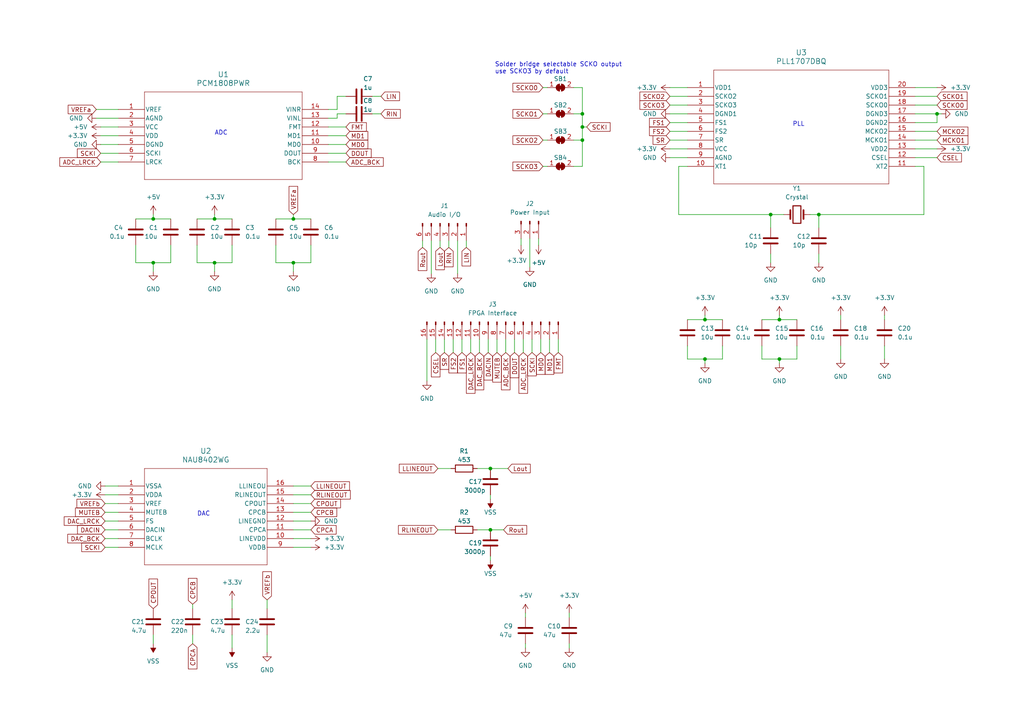
<source format=kicad_sch>
(kicad_sch (version 20230121) (generator eeschema)
  (paper "A4")
  (title_block (title "Analog Front End"))
  (lib_symbols
    (symbol "2024-05-20_19-46-11:PCM1808PWR" (pin_names (offset 0.254))
      (property "Reference" "U" (at 30.48 10.16 0))
      (property "Value" "PCM1808PWR" (at 30.48 7.62 0))
      (symbol "PCM1808PWR_0_1"
        (polyline (pts (xy 7.62 -20.32) (xy 53.34 -20.32)) (stroke (width 0.127)))
        (polyline (pts (xy 7.62 5.08) (xy 7.62 -20.32)) (stroke (width 0.127)))
        (polyline (pts (xy 53.34 -20.32) (xy 53.34 5.08)) (stroke (width 0.127)))
        (polyline (pts (xy 53.34 5.08) (xy 7.62 5.08)) (stroke (width 0.127)))
        (pin power_in line (at 0 0 0) (length 7.62) (name "VREF") (number "1"))
        (pin input line (at 60.96 -10.16 180) (length 7.62) (name "MD0") (number "10"))
        (pin input line (at 60.96 -7.62 180) (length 7.62) (name "MD1") (number "11"))
        (pin input line (at 60.96 -5.08 180) (length 7.62) (name "FMT") (number "12"))
        (pin input line (at 60.96 -2.54 180) (length 7.62) (name "VINL") (number "13"))
        (pin input line (at 60.96 0 180) (length 7.62) (name "VINR") (number "14"))
        (pin power_in line (at 0 -2.54 0) (length 7.62) (name "AGND") (number "2"))
        (pin power_in line (at 0 -5.08 0) (length 7.62) (name "VCC") (number "3"))
        (pin power_in line (at 0 -7.62 0) (length 7.62) (name "VDD") (number "4"))
        (pin power_in line (at 0 -10.16 0) (length 7.62) (name "DGND") (number "5"))
        (pin input line (at 0 -12.7 0) (length 7.62) (name "SCKI") (number "6"))
        (pin bidirectional line (at 0 -15.24 0) (length 7.62) (name "LRCK") (number "7"))
        (pin bidirectional line (at 60.96 -15.24 180) (length 7.62) (name "BCK") (number "8"))
        (pin output line (at 60.96 -12.7 180) (length 7.62) (name "DOUT") (number "9"))
      )
    )
    (symbol "2024-05-20_19-47-02:NAU8402WG" (pin_names (offset 0.254))
      (property "Reference" "U" (at 25.4 10.16 0))
      (property "Value" "NAU8402WG" (at 25.4 7.62 0))
      (symbol "NAU8402WG_0_1"
        (polyline (pts (xy 7.62 -22.86) (xy 43.18 -22.86)) (stroke (width 0.127)))
        (polyline (pts (xy 7.62 5.08) (xy 7.62 -22.86)) (stroke (width 0.127)))
        (polyline (pts (xy 43.18 -22.86) (xy 43.18 5.08)) (stroke (width 0.127)))
        (polyline (pts (xy 43.18 5.08) (xy 7.62 5.08)) (stroke (width 0.127)))
        (pin power_out line (at 0 0 0) (length 7.62) (name "VSSA") (number "1"))
        (pin power_in line (at 50.8 -15.24 180) (length 7.62) (name "LINEVDD") (number "10"))
        (pin output line (at 50.8 -12.7 180) (length 7.62) (name "CPCA") (number "11"))
        (pin power_out line (at 50.8 -10.16 180) (length 7.62) (name "LINEGND") (number "12"))
        (pin output line (at 50.8 -7.62 180) (length 7.62) (name "CPCB") (number "13"))
        (pin output line (at 50.8 -5.08 180) (length 7.62) (name "CPOUT") (number "14"))
        (pin output line (at 50.8 -2.54 180) (length 7.62) (name "RLINEOUT") (number "15"))
        (pin output line (at 50.8 0 180) (length 7.62) (name "LLINEOU") (number "16"))
        (pin power_in line (at 0 -2.54 0) (length 7.62) (name "VDDA") (number "2"))
        (pin power_in line (at 0 -5.08 0) (length 7.62) (name "VREF") (number "3"))
        (pin input line (at 0 -7.62 0) (length 7.62) (name "MUTEB") (number "4"))
        (pin input line (at 0 -10.16 0) (length 7.62) (name "FS") (number "5"))
        (pin input line (at 0 -12.7 0) (length 7.62) (name "DACIN") (number "6"))
        (pin input line (at 0 -15.24 0) (length 7.62) (name "BCLK") (number "7"))
        (pin input line (at 0 -17.78 0) (length 7.62) (name "MCLK") (number "8"))
        (pin power_in line (at 50.8 -17.78 180) (length 7.62) (name "VDDB") (number "9"))
      )
    )
    (symbol "2024-05-20_20-56-49:PLL1707DBQ" (pin_names (offset 0.254))
      (property "Reference" "U" (at 33.02 10.16 0))
      (property "Value" "PLL1707DBQ" (at 33.02 7.62 0))
      (symbol "PLL1707DBQ_0_1"
        (polyline (pts (xy 7.62 -27.94) (xy 58.42 -27.94)) (stroke (width 0.127)))
        (polyline (pts (xy 7.62 5.08) (xy 7.62 -27.94)) (stroke (width 0.127)))
        (polyline (pts (xy 58.42 -27.94) (xy 58.42 5.08)) (stroke (width 0.127)))
        (polyline (pts (xy 58.42 5.08) (xy 7.62 5.08)) (stroke (width 0.127)))
        (pin power_in line (at 0 0 0) (length 7.62) (name "VDD1") (number "1"))
        (pin input line (at 0 -22.86 0) (length 7.62) (name "XT1") (number "10"))
        (pin output line (at 66.04 -22.86 180) (length 7.62) (name "XT2") (number "11"))
        (pin input line (at 66.04 -20.32 180) (length 7.62) (name "CSEL") (number "12"))
        (pin power_in line (at 66.04 -17.78 180) (length 7.62) (name "VDD2") (number "13"))
        (pin output line (at 66.04 -15.24 180) (length 7.62) (name "MCKO1") (number "14"))
        (pin output line (at 66.04 -12.7 180) (length 7.62) (name "MCKO2") (number "15"))
        (pin power_in line (at 66.04 -10.16 180) (length 7.62) (name "DGND2") (number "16"))
        (pin power_in line (at 66.04 -7.62 180) (length 7.62) (name "DGND3") (number "17"))
        (pin output line (at 66.04 -5.08 180) (length 7.62) (name "SCKO0") (number "18"))
        (pin output line (at 66.04 -2.54 180) (length 7.62) (name "SCKO1") (number "19"))
        (pin output line (at 0 -2.54 0) (length 7.62) (name "SCKO2") (number "2"))
        (pin power_in line (at 66.04 0 180) (length 7.62) (name "VDD3") (number "20"))
        (pin output line (at 0 -5.08 0) (length 7.62) (name "SCKO3") (number "3"))
        (pin power_in line (at 0 -7.62 0) (length 7.62) (name "DGND1") (number "4"))
        (pin input line (at 0 -10.16 0) (length 7.62) (name "FS1") (number "5"))
        (pin input line (at 0 -12.7 0) (length 7.62) (name "FS2") (number "6"))
        (pin input line (at 0 -15.24 0) (length 7.62) (name "SR") (number "7"))
        (pin power_in line (at 0 -17.78 0) (length 7.62) (name "VCC") (number "8"))
        (pin power_in line (at 0 -20.32 0) (length 7.62) (name "AGND") (number "9"))
      )
    )
    (symbol "Connector:Conn_01x03_Pin" (pin_names (offset 1.016) hide)
      (property "Reference" "J" (at 0 5.08 0))
      (property "Value" "Conn_01x03_Pin" (at 0 -5.08 0))
      (symbol "Conn_01x03_Pin_1_1"
        (polyline (pts (xy 1.27 -2.54) (xy 0.8636 -2.54)) (stroke (width 0.1524)))
        (polyline (pts (xy 1.27 0) (xy 0.8636 0)) (stroke (width 0.1524)))
        (polyline (pts (xy 1.27 2.54) (xy 0.8636 2.54)) (stroke (width 0.1524)))
        (rectangle (start 0.8636 -2.413) (end 0 -2.667) (stroke (width 0.1524)) (fill (type outline)))
        (rectangle (start 0.8636 0.127) (end 0 -0.127) (stroke (width 0.1524)) (fill (type outline)))
        (rectangle (start 0.8636 2.667) (end 0 2.413) (stroke (width 0.1524)) (fill (type outline)))
        (pin passive line (at 5.08 2.54 180) (length 3.81) (name "Pin_1") (number "1"))
        (pin passive line (at 5.08 0 180) (length 3.81) (name "Pin_2") (number "2"))
        (pin passive line (at 5.08 -2.54 180) (length 3.81) (name "Pin_3") (number "3"))
      )
    )
    (symbol "Connector:Conn_01x06_Pin" (pin_names (offset 1.016) hide)
      (property "Reference" "J" (at 0 7.62 0))
      (property "Value" "Conn_01x06_Pin" (at 0 -10.16 0))
      (symbol "Conn_01x06_Pin_1_1"
        (polyline (pts (xy 1.27 -7.62) (xy 0.8636 -7.62)) (stroke (width 0.1524)))
        (polyline (pts (xy 1.27 -5.08) (xy 0.8636 -5.08)) (stroke (width 0.1524)))
        (polyline (pts (xy 1.27 -2.54) (xy 0.8636 -2.54)) (stroke (width 0.1524)))
        (polyline (pts (xy 1.27 0) (xy 0.8636 0)) (stroke (width 0.1524)))
        (polyline (pts (xy 1.27 2.54) (xy 0.8636 2.54)) (stroke (width 0.1524)))
        (polyline (pts (xy 1.27 5.08) (xy 0.8636 5.08)) (stroke (width 0.1524)))
        (rectangle (start 0.8636 -7.493) (end 0 -7.747) (stroke (width 0.1524)) (fill (type outline)))
        (rectangle (start 0.8636 -4.953) (end 0 -5.207) (stroke (width 0.1524)) (fill (type outline)))
        (rectangle (start 0.8636 -2.413) (end 0 -2.667) (stroke (width 0.1524)) (fill (type outline)))
        (rectangle (start 0.8636 0.127) (end 0 -0.127) (stroke (width 0.1524)) (fill (type outline)))
        (rectangle (start 0.8636 2.667) (end 0 2.413) (stroke (width 0.1524)) (fill (type outline)))
        (rectangle (start 0.8636 5.207) (end 0 4.953) (stroke (width 0.1524)) (fill (type outline)))
        (pin passive line (at 5.08 5.08 180) (length 3.81) (name "Pin_1") (number "1"))
        (pin passive line (at 5.08 2.54 180) (length 3.81) (name "Pin_2") (number "2"))
        (pin passive line (at 5.08 0 180) (length 3.81) (name "Pin_3") (number "3"))
        (pin passive line (at 5.08 -2.54 180) (length 3.81) (name "Pin_4") (number "4"))
        (pin passive line (at 5.08 -5.08 180) (length 3.81) (name "Pin_5") (number "5"))
        (pin passive line (at 5.08 -7.62 180) (length 3.81) (name "Pin_6") (number "6"))
      )
    )
    (symbol "Connector:Conn_01x16_Pin" (pin_names (offset 1.016) hide)
      (property "Reference" "J" (at 0 20.32 0))
      (property "Value" "Conn_01x16_Pin" (at 0 -22.86 0))
      (symbol "Conn_01x16_Pin_1_1"
        (polyline (pts (xy 1.27 -20.32) (xy 0.8636 -20.32)) (stroke (width 0.1524)))
        (polyline (pts (xy 1.27 -17.78) (xy 0.8636 -17.78)) (stroke (width 0.1524)))
        (polyline (pts (xy 1.27 -15.24) (xy 0.8636 -15.24)) (stroke (width 0.1524)))
        (polyline (pts (xy 1.27 -12.7) (xy 0.8636 -12.7)) (stroke (width 0.1524)))
        (polyline (pts (xy 1.27 -10.16) (xy 0.8636 -10.16)) (stroke (width 0.1524)))
        (polyline (pts (xy 1.27 -7.62) (xy 0.8636 -7.62)) (stroke (width 0.1524)))
        (polyline (pts (xy 1.27 -5.08) (xy 0.8636 -5.08)) (stroke (width 0.1524)))
        (polyline (pts (xy 1.27 -2.54) (xy 0.8636 -2.54)) (stroke (width 0.1524)))
        (polyline (pts (xy 1.27 0) (xy 0.8636 0)) (stroke (width 0.1524)))
        (polyline (pts (xy 1.27 2.54) (xy 0.8636 2.54)) (stroke (width 0.1524)))
        (polyline (pts (xy 1.27 5.08) (xy 0.8636 5.08)) (stroke (width 0.1524)))
        (polyline (pts (xy 1.27 7.62) (xy 0.8636 7.62)) (stroke (width 0.1524)))
        (polyline (pts (xy 1.27 10.16) (xy 0.8636 10.16)) (stroke (width 0.1524)))
        (polyline (pts (xy 1.27 12.7) (xy 0.8636 12.7)) (stroke (width 0.1524)))
        (polyline (pts (xy 1.27 15.24) (xy 0.8636 15.24)) (stroke (width 0.1524)))
        (polyline (pts (xy 1.27 17.78) (xy 0.8636 17.78)) (stroke (width 0.1524)))
        (rectangle (start 0.8636 -20.193) (end 0 -20.447) (stroke (width 0.1524)) (fill (type outline)))
        (rectangle (start 0.8636 -17.653) (end 0 -17.907) (stroke (width 0.1524)) (fill (type outline)))
        (rectangle (start 0.8636 -15.113) (end 0 -15.367) (stroke (width 0.1524)) (fill (type outline)))
        (rectangle (start 0.8636 -12.573) (end 0 -12.827) (stroke (width 0.1524)) (fill (type outline)))
        (rectangle (start 0.8636 -10.033) (end 0 -10.287) (stroke (width 0.1524)) (fill (type outline)))
        (rectangle (start 0.8636 -7.493) (end 0 -7.747) (stroke (width 0.1524)) (fill (type outline)))
        (rectangle (start 0.8636 -4.953) (end 0 -5.207) (stroke (width 0.1524)) (fill (type outline)))
        (rectangle (start 0.8636 -2.413) (end 0 -2.667) (stroke (width 0.1524)) (fill (type outline)))
        (rectangle (start 0.8636 0.127) (end 0 -0.127) (stroke (width 0.1524)) (fill (type outline)))
        (rectangle (start 0.8636 2.667) (end 0 2.413) (stroke (width 0.1524)) (fill (type outline)))
        (rectangle (start 0.8636 5.207) (end 0 4.953) (stroke (width 0.1524)) (fill (type outline)))
        (rectangle (start 0.8636 7.747) (end 0 7.493) (stroke (width 0.1524)) (fill (type outline)))
        (rectangle (start 0.8636 10.287) (end 0 10.033) (stroke (width 0.1524)) (fill (type outline)))
        (rectangle (start 0.8636 12.827) (end 0 12.573) (stroke (width 0.1524)) (fill (type outline)))
        (rectangle (start 0.8636 15.367) (end 0 15.113) (stroke (width 0.1524)) (fill (type outline)))
        (rectangle (start 0.8636 17.907) (end 0 17.653) (stroke (width 0.1524)) (fill (type outline)))
        (pin passive line (at 5.08 17.78 180) (length 3.81) (name "Pin_1") (number "1"))
        (pin passive line (at 5.08 -5.08 180) (length 3.81) (name "Pin_10") (number "10"))
        (pin passive line (at 5.08 -7.62 180) (length 3.81) (name "Pin_11") (number "11"))
        (pin passive line (at 5.08 -10.16 180) (length 3.81) (name "Pin_12") (number "12"))
        (pin passive line (at 5.08 -12.7 180) (length 3.81) (name "Pin_13") (number "13"))
        (pin passive line (at 5.08 -15.24 180) (length 3.81) (name "Pin_14") (number "14"))
        (pin passive line (at 5.08 -17.78 180) (length 3.81) (name "Pin_15") (number "15"))
        (pin passive line (at 5.08 -20.32 180) (length 3.81) (name "Pin_16") (number "16"))
        (pin passive line (at 5.08 15.24 180) (length 3.81) (name "Pin_2") (number "2"))
        (pin passive line (at 5.08 12.7 180) (length 3.81) (name "Pin_3") (number "3"))
        (pin passive line (at 5.08 10.16 180) (length 3.81) (name "Pin_4") (number "4"))
        (pin passive line (at 5.08 7.62 180) (length 3.81) (name "Pin_5") (number "5"))
        (pin passive line (at 5.08 5.08 180) (length 3.81) (name "Pin_6") (number "6"))
        (pin passive line (at 5.08 2.54 180) (length 3.81) (name "Pin_7") (number "7"))
        (pin passive line (at 5.08 0 180) (length 3.81) (name "Pin_8") (number "8"))
        (pin passive line (at 5.08 -2.54 180) (length 3.81) (name "Pin_9") (number "9"))
      )
    )
    (symbol "Device:C" (pin_numbers hide) (pin_names (offset 0.254))
      (property "Reference" "C" (at 0.635 2.54 0))
      (property "Value" "C" (at 0.635 -2.54 0))
      (symbol "C_0_1"
        (polyline (pts (xy -2.032 -0.762) (xy 2.032 -0.762)) (stroke (width 0.508)))
        (polyline (pts (xy -2.032 0.762) (xy 2.032 0.762)) (stroke (width 0.508)))
      )
      (symbol "C_1_1"
        (pin passive line (at 0 3.81 270) (length 2.794) (name "~") (number "1"))
        (pin passive line (at 0 -3.81 90) (length 2.794) (name "~") (number "2"))
      )
    )
    (symbol "Device:Crystal" (pin_numbers hide) (pin_names (offset 1.016) hide)
      (property "Reference" "Y1" (at 0 7.62 0))
      (property "Value" "Crystal" (at 0 5.08 0))
      (symbol "Crystal_0_1"
        (rectangle (start -1.143 2.54) (end 1.143 -2.54) (stroke (width 0.3048)))
        (polyline (pts (xy -2.54 0) (xy -1.905 0)))
        (polyline (pts (xy -1.905 -1.27) (xy -1.905 1.27)) (stroke (width 0.508)))
        (polyline (pts (xy 1.905 -1.27) (xy 1.905 1.27)) (stroke (width 0.508)))
        (polyline (pts (xy 2.54 0) (xy 1.905 0)))
      )
      (symbol "Crystal_1_1"
        (pin passive line (at -3.81 0 0) (length 1.27) (name "1") (number "1"))
        (pin passive line (at 3.81 0 180) (length 1.27) (name "3") (number "3"))
      )
    )
    (symbol "Device:R" (pin_numbers hide) (pin_names (offset 0))
      (property "Reference" "R" (at 2.032 0 90))
      (property "Value" "R" (at 0 0 90))
      (symbol "R_0_1"
        (rectangle (start -1.016 -2.54) (end 1.016 2.54) (stroke (width 0.254)))
      )
      (symbol "R_1_1"
        (pin passive line (at 0 3.81 270) (length 1.27) (name "~") (number "1"))
        (pin passive line (at 0 -3.81 90) (length 1.27) (name "~") (number "2"))
      )
    )
    (symbol "Jumper:SolderJumper_2_Bridged" (pin_names (offset 0) hide)
      (property "Reference" "JP" (at 0 2.032 0))
      (property "Value" "SolderJumper_2_Bridged" (at 0 -2.54 0))
      (symbol "SolderJumper_2_Bridged_0_1"
        (rectangle (start -0.508 0.508) (end 0.508 -0.508) (fill (type outline)))
        (arc (start -0.254 1.016) (mid -1.2656 0) (end -0.254 -1.016))
        (arc (start -0.254 1.016) (mid -1.2656 0) (end -0.254 -1.016) (fill (type outline)))
        (polyline (pts (xy -0.254 1.016) (xy -0.254 -1.016)))
        (polyline (pts (xy 0.254 1.016) (xy 0.254 -1.016)))
        (arc (start 0.254 -1.016) (mid 1.2656 0) (end 0.254 1.016))
        (arc (start 0.254 -1.016) (mid 1.2656 0) (end 0.254 1.016) (fill (type outline)))
      )
      (symbol "SolderJumper_2_Bridged_1_1"
        (pin passive line (at -3.81 0 0) (length 2.54) (name "A") (number "1"))
        (pin passive line (at 3.81 0 180) (length 2.54) (name "B") (number "2"))
      )
    )
    (symbol "power:+3.3V" (power) (pin_names (offset 0))
      (property "Value" "+3.3V" (at 0 3.556 0))
      (symbol "+3.3V_0_1"
        (polyline (pts (xy -0.762 1.27) (xy 0 2.54)))
        (polyline (pts (xy 0 0) (xy 0 2.54)))
        (polyline (pts (xy 0 2.54) (xy 0.762 1.27)))
      )
      (symbol "+3.3V_1_1"
        (pin power_in line (at 0 0 90) (length 0) hide (name "+3.3V") (number "1"))
      )
    )
    (symbol "power:+5V" (power) (pin_names (offset 0))
      (property "Value" "+5V" (at 0 3.556 0))
      (symbol "+5V_0_1"
        (polyline (pts (xy -0.762 1.27) (xy 0 2.54)))
        (polyline (pts (xy 0 0) (xy 0 2.54)))
        (polyline (pts (xy 0 2.54) (xy 0.762 1.27)))
      )
      (symbol "+5V_1_1"
        (pin power_in line (at 0 0 90) (length 0) hide (name "+5V") (number "1"))
      )
    )
    (symbol "power:GND" (power) (pin_names (offset 0))
      (property "Value" "GND" (at 0 -3.81 0))
      (symbol "GND_0_1"
        (polyline (pts (xy 0 0) (xy 0 -1.27) (xy 1.27 -1.27) (xy 0 -2.54) (xy -1.27 -1.27) (xy 0 -1.27)))
      )
      (symbol "GND_1_1"
        (pin power_in line (at 0 0 270) (length 0) hide (name "GND") (number "1"))
      )
    )
    (symbol "power:VSS" (power) (pin_names (offset 0))
      (property "Value" "VSS" (at 0 3.81 0))
      (symbol "VSS_0_1"
        (polyline (pts (xy 0 0) (xy 0 2.54)))
        (polyline (pts (xy 0.762 1.27) (xy -0.762 1.27) (xy 0 2.54) (xy 0.762 1.27)) (fill (type outline)))
      )
      (symbol "VSS_1_1"
        (pin power_in line (at 0 0 90) (length 0) hide (name "VSS") (number "1"))
      )
    )
  )
  (junction (at 44.45 76.2))
  (junction (at 85.09 63.5))
  (junction (at 226.06 104.14))
  (junction (at 204.47 104.14))
  (junction (at 142.24 153.67))
  (junction (at 226.06 92.71))
  (junction (at 271.78 33.02))
  (junction (at 44.45 63.5))
  (junction (at 223.52 62.23))
  (junction (at 168.91 36.83))
  (junction (at 85.09 76.2))
  (junction (at 142.24 135.89))
  (junction (at 62.23 76.2))
  (junction (at 237.49 62.23))
  (junction (at 204.47 92.71))
  (junction (at 168.91 33.02))
  (junction (at 168.91 40.64))
  (junction (at 62.23 63.5))
  (wire (pts (xy 223.52 73.66) (xy 223.52 76.2)))
  (wire (pts (xy 226.06 104.14) (xy 226.06 105.41)))
  (wire (pts (xy 97.79 27.94) (xy 97.79 31.75)))
  (wire (pts (xy 196.85 48.26) (xy 199.39 48.26)))
  (wire (pts (xy 223.52 62.23) (xy 196.85 62.23)))
  (wire (pts (xy 30.48 156.21) (xy 34.29 156.21)))
  (wire (pts (xy 243.84 100.33) (xy 243.84 104.14)))
  (wire (pts (xy 204.47 104.14) (xy 199.39 104.14)))
  (wire (pts (xy 107.95 27.94) (xy 110.49 27.94)))
  (wire (pts (xy 80.01 71.12) (xy 80.01 76.2)))
  (wire (pts (xy 95.25 44.45) (xy 100.33 44.45)))
  (wire (pts (xy 226.06 92.71) (xy 220.98 92.71)))
  (wire (pts (xy 95.25 46.99) (xy 100.33 46.99)))
  (wire (pts (xy 55.88 184.15) (xy 55.88 186.69)))
  (wire (pts (xy 265.43 30.48) (xy 271.78 30.48)))
  (wire (pts (xy 265.43 25.4) (xy 271.78 25.4)))
  (wire (pts (xy 161.925 98.425) (xy 161.925 102.235)))
  (wire (pts (xy 85.09 76.2) (xy 85.09 78.74)))
  (wire (pts (xy 194.31 25.4) (xy 199.39 25.4)))
  (wire (pts (xy 157.48 25.4) (xy 158.75 25.4)))
  (wire (pts (xy 90.17 71.12) (xy 90.17 76.2)))
  (wire (pts (xy 30.48 148.59) (xy 34.29 148.59)))
  (wire (pts (xy 77.47 184.15) (xy 77.47 189.23)))
  (wire (pts (xy 271.78 33.02) (xy 271.78 35.56)))
  (wire (pts (xy 157.48 40.64) (xy 158.75 40.64)))
  (wire (pts (xy 85.09 63.5) (xy 90.17 63.5)))
  (wire (pts (xy 122.555 69.85) (xy 122.555 71.755)))
  (wire (pts (xy 125.095 69.85) (xy 125.095 79.375)))
  (wire (pts (xy 152.4 186.69) (xy 152.4 187.96)))
  (wire (pts (xy 271.78 33.02) (xy 273.05 33.02)))
  (wire (pts (xy 223.52 62.23) (xy 223.52 66.04)))
  (wire (pts (xy 62.23 63.5) (xy 57.15 63.5)))
  (wire (pts (xy 209.55 104.14) (xy 204.47 104.14)))
  (wire (pts (xy 194.31 40.64) (xy 199.39 40.64)))
  (wire (pts (xy 123.825 98.425) (xy 123.825 110.49)))
  (wire (pts (xy 265.43 38.1) (xy 271.78 38.1)))
  (wire (pts (xy 27.94 34.29) (xy 34.29 34.29)))
  (wire (pts (xy 220.98 100.33) (xy 220.98 104.14)))
  (wire (pts (xy 62.23 63.5) (xy 67.31 63.5)))
  (wire (pts (xy 95.25 41.91) (xy 100.33 41.91)))
  (wire (pts (xy 85.09 158.75) (xy 90.17 158.75)))
  (wire (pts (xy 204.47 92.71) (xy 199.39 92.71)))
  (wire (pts (xy 39.37 71.12) (xy 39.37 76.2)))
  (wire (pts (xy 168.91 40.64) (xy 168.91 36.83)))
  (wire (pts (xy 85.09 151.13) (xy 90.17 151.13)))
  (wire (pts (xy 265.43 40.64) (xy 271.78 40.64)))
  (wire (pts (xy 97.79 33.02) (xy 97.79 34.29)))
  (wire (pts (xy 153.67 69.215) (xy 153.67 77.47)))
  (wire (pts (xy 166.37 40.64) (xy 168.91 40.64)))
  (wire (pts (xy 243.84 91.44) (xy 243.84 92.71)))
  (wire (pts (xy 267.97 62.23) (xy 267.97 48.26)))
  (wire (pts (xy 30.48 146.05) (xy 34.29 146.05)))
  (wire (pts (xy 62.23 62.23) (xy 62.23 63.5)))
  (wire (pts (xy 62.23 76.2) (xy 62.23 78.74)))
  (wire (pts (xy 199.39 100.33) (xy 199.39 104.14)))
  (wire (pts (xy 85.09 62.23) (xy 85.09 63.5)))
  (wire (pts (xy 30.48 151.13) (xy 34.29 151.13)))
  (wire (pts (xy 39.37 63.5) (xy 44.45 63.5)))
  (wire (pts (xy 136.525 98.425) (xy 136.525 102.235)))
  (wire (pts (xy 151.13 69.215) (xy 151.13 71.12)))
  (wire (pts (xy 265.43 43.18) (xy 271.78 43.18)))
  (wire (pts (xy 152.4 177.8) (xy 152.4 179.07)))
  (wire (pts (xy 237.49 73.66) (xy 237.49 76.2)))
  (wire (pts (xy 159.385 98.425) (xy 159.385 102.235)))
  (wire (pts (xy 168.91 48.26) (xy 168.91 40.64)))
  (wire (pts (xy 133.985 98.425) (xy 133.985 102.235)))
  (wire (pts (xy 67.31 71.12) (xy 67.31 76.2)))
  (wire (pts (xy 29.21 44.45) (xy 34.29 44.45)))
  (wire (pts (xy 80.01 63.5) (xy 85.09 63.5)))
  (wire (pts (xy 226.06 92.71) (xy 231.14 92.71)))
  (wire (pts (xy 62.23 76.2) (xy 57.15 76.2)))
  (wire (pts (xy 107.95 33.02) (xy 110.49 33.02)))
  (wire (pts (xy 97.79 31.75) (xy 95.25 31.75)))
  (wire (pts (xy 77.47 173.99) (xy 77.47 176.53)))
  (wire (pts (xy 234.95 62.23) (xy 237.49 62.23)))
  (wire (pts (xy 44.45 76.2) (xy 49.53 76.2)))
  (wire (pts (xy 168.91 33.02) (xy 168.91 36.83)))
  (wire (pts (xy 44.45 62.23) (xy 44.45 63.5)))
  (wire (pts (xy 165.1 177.8) (xy 165.1 179.07)))
  (wire (pts (xy 144.145 98.425) (xy 144.145 102.235)))
  (wire (pts (xy 44.45 184.15) (xy 44.45 186.69)))
  (wire (pts (xy 265.43 27.94) (xy 271.78 27.94)))
  (wire (pts (xy 226.06 104.14) (xy 220.98 104.14)))
  (wire (pts (xy 194.31 45.72) (xy 199.39 45.72)))
  (wire (pts (xy 231.14 104.14) (xy 226.06 104.14)))
  (wire (pts (xy 55.88 175.26) (xy 55.88 176.53)))
  (wire (pts (xy 194.31 43.18) (xy 199.39 43.18)))
  (wire (pts (xy 29.21 46.99) (xy 34.29 46.99)))
  (wire (pts (xy 149.225 98.425) (xy 149.225 102.235)))
  (wire (pts (xy 142.24 153.67) (xy 146.05 153.67)))
  (wire (pts (xy 166.37 48.26) (xy 168.91 48.26)))
  (wire (pts (xy 30.48 143.51) (xy 34.29 143.51)))
  (wire (pts (xy 157.48 33.02) (xy 158.75 33.02)))
  (wire (pts (xy 142.24 143.51) (xy 142.24 144.78)))
  (wire (pts (xy 204.47 91.44) (xy 204.47 92.71)))
  (wire (pts (xy 142.24 135.89) (xy 147.32 135.89)))
  (wire (pts (xy 194.31 30.48) (xy 199.39 30.48)))
  (wire (pts (xy 49.53 71.12) (xy 49.53 76.2)))
  (wire (pts (xy 223.52 62.23) (xy 227.33 62.23)))
  (wire (pts (xy 85.09 153.67) (xy 90.17 153.67)))
  (wire (pts (xy 97.79 34.29) (xy 95.25 34.29)))
  (wire (pts (xy 194.31 38.1) (xy 199.39 38.1)))
  (wire (pts (xy 157.48 48.26) (xy 158.75 48.26)))
  (wire (pts (xy 139.065 98.425) (xy 139.065 102.235)))
  (wire (pts (xy 127 135.89) (xy 130.81 135.89)))
  (wire (pts (xy 237.49 62.23) (xy 267.97 62.23)))
  (wire (pts (xy 168.91 33.02) (xy 168.91 25.4)))
  (wire (pts (xy 256.54 91.44) (xy 256.54 92.71)))
  (wire (pts (xy 85.09 76.2) (xy 80.01 76.2)))
  (wire (pts (xy 154.305 98.425) (xy 154.305 102.235)))
  (wire (pts (xy 156.845 98.425) (xy 156.845 102.235)))
  (wire (pts (xy 135.255 69.85) (xy 135.255 71.755)))
  (wire (pts (xy 231.14 100.33) (xy 231.14 104.14)))
  (wire (pts (xy 151.765 98.425) (xy 151.765 102.235)))
  (wire (pts (xy 95.25 36.83) (xy 100.33 36.83)))
  (wire (pts (xy 166.37 33.02) (xy 168.91 33.02)))
  (wire (pts (xy 57.15 71.12) (xy 57.15 76.2)))
  (wire (pts (xy 194.31 35.56) (xy 199.39 35.56)))
  (wire (pts (xy 39.37 76.2) (xy 44.45 76.2)))
  (wire (pts (xy 67.31 184.15) (xy 67.31 187.96)))
  (wire (pts (xy 141.605 98.425) (xy 141.605 102.235)))
  (wire (pts (xy 130.175 69.85) (xy 130.175 71.755)))
  (wire (pts (xy 85.09 140.97) (xy 90.17 140.97)))
  (wire (pts (xy 156.21 69.215) (xy 156.21 71.12)))
  (wire (pts (xy 209.55 100.33) (xy 209.55 104.14)))
  (wire (pts (xy 67.31 76.2) (xy 62.23 76.2)))
  (wire (pts (xy 29.21 36.83) (xy 34.29 36.83)))
  (wire (pts (xy 256.54 100.33) (xy 256.54 104.14)))
  (wire (pts (xy 27.94 31.75) (xy 34.29 31.75)))
  (wire (pts (xy 44.45 76.2) (xy 44.45 78.74)))
  (wire (pts (xy 85.09 146.05) (xy 90.17 146.05)))
  (wire (pts (xy 97.79 27.94) (xy 100.33 27.94)))
  (wire (pts (xy 29.21 41.91) (xy 34.29 41.91)))
  (wire (pts (xy 165.1 186.69) (xy 165.1 187.96)))
  (wire (pts (xy 237.49 62.23) (xy 237.49 66.04)))
  (wire (pts (xy 90.17 76.2) (xy 85.09 76.2)))
  (wire (pts (xy 30.48 153.67) (xy 34.29 153.67)))
  (wire (pts (xy 128.905 98.425) (xy 128.905 102.235)))
  (wire (pts (xy 132.715 69.85) (xy 132.715 79.375)))
  (wire (pts (xy 168.91 36.83) (xy 170.18 36.83)))
  (wire (pts (xy 142.24 162.56) (xy 142.24 161.29)))
  (wire (pts (xy 30.48 158.75) (xy 34.29 158.75)))
  (wire (pts (xy 127 153.67) (xy 130.81 153.67)))
  (wire (pts (xy 30.48 140.97) (xy 34.29 140.97)))
  (wire (pts (xy 267.97 48.26) (xy 265.43 48.26)))
  (wire (pts (xy 196.85 62.23) (xy 196.85 48.26)))
  (wire (pts (xy 67.31 173.99) (xy 67.31 176.53)))
  (wire (pts (xy 29.21 39.37) (xy 34.29 39.37)))
  (wire (pts (xy 126.365 98.425) (xy 126.365 102.235)))
  (wire (pts (xy 194.31 27.94) (xy 199.39 27.94)))
  (wire (pts (xy 146.685 98.425) (xy 146.685 102.235)))
  (wire (pts (xy 265.43 33.02) (xy 271.78 33.02)))
  (wire (pts (xy 100.33 33.02) (xy 97.79 33.02)))
  (wire (pts (xy 226.06 91.44) (xy 226.06 92.71)))
  (wire (pts (xy 204.47 104.14) (xy 204.47 105.41)))
  (wire (pts (xy 138.43 135.89) (xy 142.24 135.89)))
  (wire (pts (xy 95.25 39.37) (xy 100.33 39.37)))
  (wire (pts (xy 127.635 69.85) (xy 127.635 71.755)))
  (wire (pts (xy 265.43 45.72) (xy 271.78 45.72)))
  (wire (pts (xy 204.47 92.71) (xy 209.55 92.71)))
  (wire (pts (xy 85.09 156.21) (xy 90.17 156.21)))
  (wire (pts (xy 131.445 98.425) (xy 131.445 102.235)))
  (wire (pts (xy 85.09 148.59) (xy 90.17 148.59)))
  (wire (pts (xy 44.45 63.5) (xy 49.53 63.5)))
  (wire (pts (xy 138.43 153.67) (xy 142.24 153.67)))
  (wire (pts (xy 194.31 33.02) (xy 199.39 33.02)))
  (wire (pts (xy 265.43 35.56) (xy 271.78 35.56)))
  (wire (pts (xy 168.91 25.4) (xy 166.37 25.4)))
  (wire (pts (xy 85.09 143.51) (xy 90.17 143.51)))
  (text "PLL\n" (at 229.87 36.83 0) (effects (font (size 1.27 1.27)) (justify left bottom)))
  (text "DAC" (at 57.15 149.86 0) (effects (font (size 1.27 1.27)) (justify left bottom)))
  (text "Solder bridge selectable SCKO output\nuse SCKO3 by default\n" (at 143.51 21.59 0) (effects (font (size 1.27 1.27)) (justify left bottom)))
  (text "ADC\n" (at 62.23 39.37 0) (effects (font (size 1.27 1.27)) (justify left bottom)))
  (global_label "RIN" (shape input) (at 130.175 71.755 270) (property "Intersheetrefs" "${INTERSHEET_REFS}" (effects hide)))
  (global_label "LLINEOUT" (shape input) (at 127 135.89 180) (property "Intersheetrefs" "${INTERSHEET_REFS}" (effects hide)))
  (global_label "SCKO1" (shape input) (at 157.48 33.02 180) (property "Intersheetrefs" "${INTERSHEET_REFS}" (effects hide)))
  (global_label "SCKI" (shape input) (at 30.48 158.75 180) (property "Intersheetrefs" "${INTERSHEET_REFS}" (effects hide)))
  (global_label "VREFa" (shape input) (at 27.94 31.75 180) (property "Intersheetrefs" "${INTERSHEET_REFS}" (effects hide)))
  (global_label "ADC_LRCK" (shape input) (at 29.21 46.99 180) (property "Intersheetrefs" "${INTERSHEET_REFS}" (effects hide)))
  (global_label "MUTEB" (shape input) (at 30.48 148.59 180) (property "Intersheetrefs" "${INTERSHEET_REFS}" (effects hide)))
  (global_label "CPOUT" (shape input) (at 90.17 146.05 0) (property "Intersheetrefs" "${INTERSHEET_REFS}" (effects hide)))
  (global_label "DOUT" (shape input) (at 100.33 44.45 0) (property "Intersheetrefs" "${INTERSHEET_REFS}" (effects hide)))
  (global_label "FS2" (shape input) (at 194.31 38.1 180) (property "Intersheetrefs" "${INTERSHEET_REFS}" (effects hide)))
  (global_label "RLINEOUT" (shape input) (at 90.17 143.51 0) (property "Intersheetrefs" "${INTERSHEET_REFS}" (effects hide)))
  (global_label "FMT" (shape input) (at 100.33 36.83 0) (property "Intersheetrefs" "${INTERSHEET_REFS}" (effects hide)))
  (global_label "SCKI" (shape input) (at 170.18 36.83 0) (property "Intersheetrefs" "${INTERSHEET_REFS}" (effects hide)))
  (global_label "CSEL" (shape input) (at 271.78 45.72 0) (property "Intersheetrefs" "${INTERSHEET_REFS}" (effects hide)))
  (global_label "DOUT" (shape input) (at 149.225 102.235 270) (property "Intersheetrefs" "${INTERSHEET_REFS}" (effects hide)))
  (global_label "ADC_BCK" (shape input) (at 146.685 102.235 270) (property "Intersheetrefs" "${INTERSHEET_REFS}" (effects hide)))
  (global_label "SCKO3" (shape input) (at 194.31 30.48 180) (property "Intersheetrefs" "${INTERSHEET_REFS}" (effects hide)))
  (global_label "ADC_BCK" (shape input) (at 100.33 46.99 0) (property "Intersheetrefs" "${INTERSHEET_REFS}" (effects hide)))
  (global_label "SCKI" (shape input) (at 29.21 44.45 180) (property "Intersheetrefs" "${INTERSHEET_REFS}" (effects hide)))
  (global_label "Rout" (shape input) (at 122.555 71.755 270) (property "Intersheetrefs" "${INTERSHEET_REFS}" (effects hide)))
  (global_label "MD0" (shape input) (at 100.33 41.91 0) (property "Intersheetrefs" "${INTERSHEET_REFS}" (effects hide)))
  (global_label "MCKO1" (shape input) (at 271.78 40.64 0) (property "Intersheetrefs" "${INTERSHEET_REFS}" (effects hide)))
  (global_label "RIN" (shape input) (at 110.49 33.02 0) (property "Intersheetrefs" "${INTERSHEET_REFS}" (effects hide)))
  (global_label "CPCB" (shape input) (at 55.88 175.26 90) (property "Intersheetrefs" "${INTERSHEET_REFS}" (effects hide)))
  (global_label "DAC_LRCK" (shape input) (at 136.525 102.235 270) (property "Intersheetrefs" "${INTERSHEET_REFS}" (effects hide)))
  (global_label "CSEL" (shape input) (at 126.365 102.235 270) (property "Intersheetrefs" "${INTERSHEET_REFS}" (effects hide)))
  (global_label "FS2" (shape input) (at 131.445 102.235 270) (property "Intersheetrefs" "${INTERSHEET_REFS}" (effects hide)))
  (global_label "VREFb" (shape input) (at 77.47 173.99 90) (property "Intersheetrefs" "${INTERSHEET_REFS}" (effects hide)))
  (global_label "VREFa" (shape input) (at 85.09 62.23 90) (property "Intersheetrefs" "${INTERSHEET_REFS}" (effects hide)))
  (global_label "VREFb" (shape input) (at 30.48 146.05 180) (property "Intersheetrefs" "${INTERSHEET_REFS}" (effects hide)))
  (global_label "Lout" (shape input) (at 147.32 135.89 0) (property "Intersheetrefs" "${INTERSHEET_REFS}" (effects hide)))
  (global_label "DAC_LRCK" (shape input) (at 30.48 151.13 180) (property "Intersheetrefs" "${INTERSHEET_REFS}" (effects hide)))
  (global_label "SCKO2" (shape input) (at 194.31 27.94 180) (property "Intersheetrefs" "${INTERSHEET_REFS}" (effects hide)))
  (global_label "Rout" (shape input) (at 146.05 153.67 0) (property "Intersheetrefs" "${INTERSHEET_REFS}" (effects hide)))
  (global_label "FS1" (shape input) (at 194.31 35.56 180) (property "Intersheetrefs" "${INTERSHEET_REFS}" (effects hide)))
  (global_label "CPCA" (shape input) (at 55.88 186.69 270) (property "Intersheetrefs" "${INTERSHEET_REFS}" (effects hide)))
  (global_label "MUTEB" (shape input) (at 144.145 102.235 270) (property "Intersheetrefs" "${INTERSHEET_REFS}" (effects hide)))
  (global_label "MD1" (shape input) (at 159.385 102.235 270) (property "Intersheetrefs" "${INTERSHEET_REFS}" (effects hide)))
  (global_label "SCKO0" (shape input) (at 271.78 30.48 0) (property "Intersheetrefs" "${INTERSHEET_REFS}" (effects hide)))
  (global_label "SR" (shape input) (at 194.31 40.64 180) (property "Intersheetrefs" "${INTERSHEET_REFS}" (effects hide)))
  (global_label "DAC_BCK" (shape input) (at 30.48 156.21 180) (property "Intersheetrefs" "${INTERSHEET_REFS}" (effects hide)))
  (global_label "SCKO0" (shape input) (at 157.48 25.4 180) (property "Intersheetrefs" "${INTERSHEET_REFS}" (effects hide)))
  (global_label "FMT" (shape input) (at 161.925 102.235 270) (property "Intersheetrefs" "${INTERSHEET_REFS}" (effects hide)))
  (global_label "MD1" (shape input) (at 100.33 39.37 0) (property "Intersheetrefs" "${INTERSHEET_REFS}" (effects hide)))
  (global_label "CPOUT" (shape input) (at 44.45 176.53 90) (property "Intersheetrefs" "${INTERSHEET_REFS}" (effects hide)))
  (global_label "MCKO2" (shape input) (at 271.78 38.1 0) (property "Intersheetrefs" "${INTERSHEET_REFS}" (effects hide)))
  (global_label "SCKI" (shape input) (at 154.305 102.235 270) (property "Intersheetrefs" "${INTERSHEET_REFS}" (effects hide)))
  (global_label "SCKO2" (shape input) (at 157.48 40.64 180) (property "Intersheetrefs" "${INTERSHEET_REFS}" (effects hide)))
  (global_label "MD0" (shape input) (at 156.845 102.235 270) (property "Intersheetrefs" "${INTERSHEET_REFS}" (effects hide)))
  (global_label "FS1" (shape input) (at 133.985 102.235 270) (property "Intersheetrefs" "${INTERSHEET_REFS}" (effects hide)))
  (global_label "DACIN" (shape input) (at 141.605 102.235 270) (property "Intersheetrefs" "${INTERSHEET_REFS}" (effects hide)))
  (global_label "ADC_LRCK" (shape input) (at 151.765 102.235 270) (property "Intersheetrefs" "${INTERSHEET_REFS}" (effects hide)))
  (global_label "SCKO1" (shape input) (at 271.78 27.94 0) (property "Intersheetrefs" "${INTERSHEET_REFS}" (effects hide)))
  (global_label "RLINEOUT" (shape input) (at 127 153.67 180) (property "Intersheetrefs" "${INTERSHEET_REFS}" (effects hide)))
  (global_label "SR" (shape input) (at 128.905 102.235 270) (property "Intersheetrefs" "${INTERSHEET_REFS}" (effects hide)))
  (global_label "LIN" (shape input) (at 110.49 27.94 0) (property "Intersheetrefs" "${INTERSHEET_REFS}" (effects hide)))
  (global_label "LLINEOUT" (shape input) (at 90.17 140.97 0) (property "Intersheetrefs" "${INTERSHEET_REFS}" (effects hide)))
  (global_label "LIN" (shape input) (at 135.255 71.755 270) (property "Intersheetrefs" "${INTERSHEET_REFS}" (effects hide)))
  (global_label "DACIN" (shape input) (at 30.48 153.67 180) (property "Intersheetrefs" "${INTERSHEET_REFS}" (effects hide)))
  (global_label "CPCB" (shape input) (at 90.17 148.59 0) (property "Intersheetrefs" "${INTERSHEET_REFS}" (effects hide)))
  (global_label "SCKO3" (shape input) (at 157.48 48.26 180) (property "Intersheetrefs" "${INTERSHEET_REFS}" (effects hide)))
  (global_label "CPCA" (shape input) (at 90.17 153.67 0) (property "Intersheetrefs" "${INTERSHEET_REFS}" (effects hide)))
  (global_label "Lout" (shape input) (at 127.635 71.755 270) (property "Intersheetrefs" "${INTERSHEET_REFS}" (effects hide)))
  (global_label "DAC_BCK" (shape input) (at 139.065 102.235 270) (property "Intersheetrefs" "${INTERSHEET_REFS}" (effects hide)))
  (symbol (lib_id "power:+5V") (at 152.4 177.8 0) (unit 1)
    (property "Reference" "#PWR02" (effects hide))
    (property "Value" "+5V" (at 152.4 172.72 0))
  )
  (symbol (lib_id "Connector:Conn_01x06_Pin") (at 130.175 64.77 270) (unit 1)
    (property "Reference" "J1" (at 128.905 59.69 90))
    (property "Value" "Audio I/O" (at 128.905 62.23 90))
    (property "Footprint" "Connector_PinHeader_2.54mm:PinHeader_1x06_P2.54mm_Vertical" (effects hide))
  )
  (symbol (lib_id "power:GND") (at 204.47 105.41 0) (unit 1)
    (property "Reference" "#PWR026" (effects hide))
    (property "Value" "GND" (at 204.47 110.49 0))
  )
  (symbol (lib_id "power:GND") (at 44.45 78.74 0) (unit 1)
    (property "Reference" "#PWR011" (effects hide))
    (property "Value" "GND" (at 44.45 83.82 0))
  )
  (symbol (lib_id "power:GND") (at 123.825 110.49 0) (unit 1)
    (property "Reference" "#PWR047" (effects hide))
    (property "Value" "GND" (at 123.825 115.57 0))
  )
  (symbol (lib_id "power:GND") (at 194.31 45.72 270) (unit 1)
    (property "Reference" "#PWR022" (effects hide))
    (property "Value" "GND" (at 190.5 45.72 90) (effects (justify right)))
  )
  (symbol (lib_id "Device:C") (at 231.14 96.52 0) (unit 1)
    (property "Reference" "C16" (at 234.95 95.25 0) (effects (justify left)))
    (property "Value" "0.1u" (at 234.95 97.79 0) (effects (justify left)))
    (property "Footprint" "Capacitor_SMD:C_0805_2012Metric" (effects hide))
  )
  (symbol (lib_id "Connector:Conn_01x16_Pin") (at 144.145 93.345 270) (unit 1)
    (property "Reference" "J3" (at 142.875 88.265 90))
    (property "Value" "FPGA Interface" (at 142.875 90.805 90))
    (property "Footprint" "Connector_PinHeader_2.54mm:PinHeader_1x16_P2.54mm_Vertical" (effects hide))
  )
  (symbol (lib_id "power:+5V") (at 156.21 71.12 180) (unit 1)
    (property "Reference" "#PWR044" (effects hide))
    (property "Value" "+5V" (at 156.21 76.2 0))
  )
  (symbol (lib_id "power:GND") (at 62.23 78.74 0) (unit 1)
    (property "Reference" "#PWR010" (effects hide))
    (property "Value" "GND" (at 62.23 83.82 0))
  )
  (symbol (lib_id "power:GND") (at 243.84 104.14 0) (unit 1)
    (property "Reference" "#PWR030" (effects hide))
    (property "Value" "GND" (at 243.84 109.22 0))
  )
  (symbol (lib_id "Device:C") (at 77.47 180.34 180) (unit 1)
    (property "Reference" "C24" (at 71.12 180.34 0) (effects (justify right)))
    (property "Value" "2.2u" (at 71.12 182.88 0) (effects (justify right)))
    (property "Footprint" "Capacitor_SMD:C_0805_2012Metric" (effects hide))
  )
  (symbol (lib_id "power:GND") (at 153.67 77.47 0) (unit 1)
    (property "Reference" "#PWR046" (effects hide))
    (property "Value" "GND" (at 153.67 82.55 0))
  )
  (symbol (lib_id "power:+5V") (at 29.21 36.83 90) (unit 1)
    (property "Reference" "#PWR07" (effects hide))
    (property "Value" "+5V" (at 25.4 36.83 90) (effects (justify left)))
  )
  (symbol (lib_id "Device:C") (at 67.31 180.34 180) (unit 1)
    (property "Reference" "C23" (at 60.96 180.34 0) (effects (justify right)))
    (property "Value" "4.7u" (at 60.96 182.88 0) (effects (justify right)))
    (property "Footprint" "Capacitor_SMD:C_0805_2012Metric" (effects hide))
  )
  (symbol (lib_id "Device:C") (at 57.15 67.31 0) (unit 1)
    (property "Reference" "C2" (at 60.96 66.04 0) (effects (justify left)))
    (property "Value" "10u" (at 60.96 68.58 0) (effects (justify left)))
    (property "Footprint" "Capacitor_SMD:C_0805_2012Metric" (effects hide))
  )
  (symbol (lib_id "power:VSS") (at 67.31 187.96 180) (unit 1)
    (property "Reference" "#PWR040" (effects hide))
    (property "Value" "VSS" (at 67.31 193.04 0))
  )
  (symbol (lib_id "Jumper:SolderJumper_2_Bridged") (at 162.56 25.4 0) (unit 1)
    (property "Reference" "SB1" (at 162.56 22.86 0))
    (property "Value" "SolderJumper_2_Bridged" (effects hide))
    (property "Footprint" "Jumper:SolderJumper-2_P1.3mm_Open_TrianglePad1.0x1.5mm" (effects hide))
  )
  (symbol (lib_id "Jumper:SolderJumper_2_Bridged") (at 162.56 40.64 0) (unit 1)
    (property "Reference" "SB3" (at 162.56 38.1 0))
    (property "Value" "SolderJumper_2_Bridged" (effects hide))
    (property "Footprint" "Jumper:SolderJumper-2_P1.3mm_Open_TrianglePad1.0x1.5mm" (effects hide))
  )
  (symbol (lib_id "power:+3.3V") (at 151.13 71.12 180) (unit 1)
    (property "Reference" "#PWR045" (effects hide))
    (property "Value" "+3.3V" (at 149.86 75.565 0))
  )
  (symbol (lib_id "power:GND") (at 27.94 34.29 270) (unit 1)
    (property "Reference" "#PWR05" (effects hide))
    (property "Value" "GND" (at 24.13 34.29 90) (effects (justify right)))
  )
  (symbol (lib_id "Device:C") (at 49.53 67.31 0) (unit 1)
    (property "Reference" "C1" (at 43.18 66.04 0) (effects (justify left)))
    (property "Value" "10u" (at 41.91 68.58 0) (effects (justify left)))
    (property "Footprint" "Capacitor_SMD:C_0805_2012Metric" (effects hide))
  )
  (symbol (lib_id "Device:C") (at 142.24 139.7 180) (unit 1)
    (property "Reference" "C17" (at 135.89 139.7 0) (effects (justify right)))
    (property "Value" "3000p" (at 134.62 142.24 0) (effects (justify right)))
    (property "Footprint" "Capacitor_SMD:C_0805_2012Metric" (effects hide))
  )
  (symbol (lib_id "Device:R") (at 134.62 153.67 270) (unit 1)
    (property "Reference" "R2" (at 134.62 148.59 90))
    (property "Value" "453" (at 134.62 151.13 90))
    (property "Footprint" "Resistor_SMD:R_0805_2012Metric" (effects hide))
  )
  (symbol (lib_id "Device:C") (at 55.88 180.34 180) (unit 1)
    (property "Reference" "C22" (at 49.53 180.34 0) (effects (justify right)))
    (property "Value" "220n" (at 49.53 182.88 0) (effects (justify right)))
    (property "Footprint" "Capacitor_SMD:C_0805_2012Metric" (effects hide))
  )
  (symbol (lib_id "2024-05-20_19-47-02:NAU8402WG") (at 34.29 140.97 0) (unit 1)
    (property "Reference" "U2" (at 59.69 130.81 0) (effects (font (size 1.524 1.524))))
    (property "Value" "NAU8402WG" (at 59.69 133.35 0) (effects (font (size 1.524 1.524))))
    (property "Footprint" "Package_SO:TSSOP-16_4.4x5mm_P0.65mm" (effects hide))
    (property "Datasheet" "NAU8402WG" (effects hide))
  )
  (symbol (lib_id "Device:C") (at 199.39 96.52 0) (unit 1)
    (property "Reference" "C13" (at 203.2 95.25 0) (effects (justify left)))
    (property "Value" "10u" (at 203.2 97.79 0) (effects (justify left)))
    (property "Footprint" "Capacitor_SMD:C_0805_2012Metric" (effects hide))
  )
  (symbol (lib_id "power:+3.3V") (at 243.84 91.44 0) (unit 1)
    (property "Reference" "#PWR029" (effects hide))
    (property "Value" "+3.3V" (at 243.84 86.36 0))
  )
  (symbol (lib_id "power:GND") (at 125.095 79.375 0) (unit 1)
    (property "Reference" "#PWR043" (effects hide))
    (property "Value" "GND" (at 125.095 84.455 0))
  )
  (symbol (lib_id "power:GND") (at 256.54 104.14 0) (unit 1)
    (property "Reference" "#PWR032" (effects hide))
    (property "Value" "GND" (at 256.54 109.22 0))
  )
  (symbol (lib_id "power:GND") (at 226.06 105.41 0) (unit 1)
    (property "Reference" "#PWR028" (effects hide))
    (property "Value" "GND" (at 226.06 110.49 0))
  )
  (symbol (lib_id "power:GND") (at 237.49 76.2 0) (unit 1)
    (property "Reference" "#PWR017" (effects hide))
    (property "Value" "GND" (at 237.49 81.28 0))
  )
  (symbol (lib_id "power:+3.3V") (at 67.31 173.99 0) (unit 1)
    (property "Reference" "#PWR039" (effects hide))
    (property "Value" "+3.3V" (at 67.31 168.91 0))
  )
  (symbol (lib_id "Device:C") (at 223.52 69.85 0) (unit 1)
    (property "Reference" "C11" (at 217.17 68.58 0) (effects (justify left)))
    (property "Value" "10p" (at 215.9 71.12 0) (effects (justify left)))
    (property "Footprint" "Capacitor_SMD:C_0805_2012Metric" (effects hide))
  )
  (symbol (lib_id "power:+3.3V") (at 226.06 91.44 0) (unit 1)
    (property "Reference" "#PWR027" (effects hide))
    (property "Value" "+3.3V" (at 226.06 86.36 0))
  )
  (symbol (lib_id "power:GND") (at 273.05 33.02 90) (unit 1)
    (property "Reference" "#PWR024" (effects hide))
    (property "Value" "GND" (at 276.86 33.02 90) (effects (justify right)))
  )
  (symbol (lib_id "power:+3.3V") (at 62.23 62.23 0) (unit 1)
    (property "Reference" "#PWR08" (effects hide))
    (property "Value" "+3.3V" (at 62.23 57.15 0))
  )
  (symbol (lib_id "Device:C") (at 80.01 67.31 0) (unit 1)
    (property "Reference" "C5" (at 83.82 66.04 0) (effects (justify left)))
    (property "Value" "10u" (at 83.82 68.58 0) (effects (justify left)))
    (property "Footprint" "Capacitor_SMD:C_0805_2012Metric" (effects hide))
  )
  (symbol (lib_id "Device:C") (at 209.55 96.52 0) (unit 1)
    (property "Reference" "C14" (at 213.36 95.25 0) (effects (justify left)))
    (property "Value" "0.1u" (at 213.36 97.79 0) (effects (justify left)))
    (property "Footprint" "Capacitor_SMD:C_0805_2012Metric" (effects hide))
  )
  (symbol (lib_id "Device:C") (at 165.1 182.88 0) (unit 1)
    (property "Reference" "C10" (at 158.75 181.61 0) (effects (justify left)))
    (property "Value" "47u" (at 157.48 184.15 0) (effects (justify left)))
    (property "Footprint" "Capacitor_THT:CP_Radial_D6.3mm_P2.50mm" (effects hide))
  )
  (symbol (lib_id "power:+3.3V") (at 29.21 39.37 90) (unit 1)
    (property "Reference" "#PWR06" (effects hide))
    (property "Value" "+3.3V" (at 25.4 39.37 90) (effects (justify left)))
  )
  (symbol (lib_id "power:+3.3V") (at 90.17 158.75 270) (unit 1)
    (property "Reference" "#PWR037" (effects hide))
    (property "Value" "+3.3V" (at 93.98 158.75 90) (effects (justify left)))
  )
  (symbol (lib_id "power:+3.3V") (at 30.48 143.51 90) (unit 1)
    (property "Reference" "#PWR015" (effects hide))
    (property "Value" "+3.3V" (at 26.67 143.51 90) (effects (justify left)))
  )
  (symbol (lib_id "Device:C") (at 39.37 67.31 0) (unit 1)
    (property "Reference" "C4" (at 33.02 66.04 0) (effects (justify left)))
    (property "Value" "0.1u" (at 31.75 68.58 0) (effects (justify left)))
    (property "Footprint" "Capacitor_SMD:C_0805_2012Metric" (effects hide))
  )
  (symbol (lib_id "power:+3.3V") (at 165.1 177.8 0) (unit 1)
    (property "Reference" "#PWR01" (effects hide))
    (property "Value" "+3.3V" (at 165.1 172.72 0))
  )
  (symbol (lib_id "power:VSS") (at 44.45 186.69 180) (unit 1)
    (property "Reference" "#PWR038" (effects hide))
    (property "Value" "VSS" (at 44.45 191.77 0))
  )
  (symbol (lib_id "power:GND") (at 223.52 76.2 0) (unit 1)
    (property "Reference" "#PWR016" (effects hide))
    (property "Value" "GND" (at 223.52 81.28 0))
  )
  (symbol (lib_id "power:VSS") (at 142.24 144.78 180) (unit 1)
    (property "Reference" "#PWR034" (effects hide))
    (property "Value" "VSS" (at 142.24 148.59 0))
  )
  (symbol (lib_id "Device:C") (at 152.4 182.88 0) (unit 1)
    (property "Reference" "C9" (at 146.05 181.61 0) (effects (justify left)))
    (property "Value" "47u" (at 144.78 184.15 0) (effects (justify left)))
    (property "Footprint" "Capacitor_THT:CP_Radial_D6.3mm_P2.50mm" (effects hide))
  )
  (symbol (lib_id "power:+3.3V") (at 204.47 91.44 0) (unit 1)
    (property "Reference" "#PWR025" (effects hide))
    (property "Value" "+3.3V" (at 204.47 86.36 0))
  )
  (symbol (lib_id "Device:C") (at 67.31 67.31 0) (unit 1)
    (property "Reference" "C3" (at 71.12 66.04 0) (effects (justify left)))
    (property "Value" "0.1u" (at 71.12 68.58 0) (effects (justify left)))
    (property "Footprint" "Capacitor_SMD:C_0805_2012Metric" (effects hide))
  )
  (symbol (lib_id "power:+3.3V") (at 194.31 43.18 90) (unit 1)
    (property "Reference" "#PWR019" (effects hide))
    (property "Value" "+3.3V" (at 190.5 43.18 90) (effects (justify left)))
  )
  (symbol (lib_id "Device:Crystal") (at 231.14 62.23 0) (unit 1)
    (property "Reference" "Y1" (at 231.14 54.61 0))
    (property "Value" "Crystal" (at 231.14 57.15 0))
    (property "Footprint" "Crystal:Crystal_SMD_3225-4Pin_3.2x2.5mm" (effects hide))
  )
  (symbol (lib_id "power:GND") (at 194.31 33.02 270) (unit 1)
    (property "Reference" "#PWR023" (effects hide))
    (property "Value" "GND" (at 190.5 33.02 90) (effects (justify right)))
  )
  (symbol (lib_id "Device:C") (at 142.24 157.48 180) (unit 1)
    (property "Reference" "C19" (at 135.89 157.48 0) (effects (justify right)))
    (property "Value" "3000p" (at 134.62 160.02 0) (effects (justify right)))
    (property "Footprint" "Capacitor_SMD:C_0805_2012Metric" (effects hide))
  )
  (symbol (lib_id "power:+3.3V") (at 271.78 43.18 270) (unit 1)
    (property "Reference" "#PWR020" (effects hide))
    (property "Value" "+3.3V" (at 275.59 43.18 90) (effects (justify left)))
  )
  (symbol (lib_id "power:VSS") (at 142.24 162.56 180) (unit 1)
    (property "Reference" "#PWR033" (effects hide))
    (property "Value" "VSS" (at 142.24 166.37 0))
  )
  (symbol (lib_id "Device:C") (at 44.45 180.34 180) (unit 1)
    (property "Reference" "C21" (at 38.1 180.34 0) (effects (justify right)))
    (property "Value" "4.7u" (at 38.1 182.88 0) (effects (justify right)))
    (property "Footprint" "Capacitor_SMD:C_0805_2012Metric" (effects hide))
  )
  (symbol (lib_id "power:GND") (at 85.09 78.74 0) (unit 1)
    (property "Reference" "#PWR012" (effects hide))
    (property "Value" "GND" (at 85.09 83.82 0))
  )
  (symbol (lib_id "Device:C") (at 256.54 96.52 0) (unit 1)
    (property "Reference" "C20" (at 260.35 95.25 0) (effects (justify left)))
    (property "Value" "0.1u" (at 260.35 97.79 0) (effects (justify left)))
    (property "Footprint" "Capacitor_SMD:C_0805_2012Metric" (effects hide))
  )
  (symbol (lib_id "power:+3.3V") (at 194.31 25.4 90) (unit 1)
    (property "Reference" "#PWR018" (effects hide))
    (property "Value" "+3.3V" (at 190.5 25.4 90) (effects (justify left)))
  )
  (symbol (lib_id "Jumper:SolderJumper_2_Bridged") (at 162.56 33.02 0) (unit 1)
    (property "Reference" "SB2" (at 162.56 30.48 0))
    (property "Value" "SolderJumper_2_Bridged" (effects hide))
    (property "Footprint" "Jumper:SolderJumper-2_P1.3mm_Open_TrianglePad1.0x1.5mm" (effects hide))
  )
  (symbol (lib_id "Device:C") (at 90.17 67.31 0) (unit 1)
    (property "Reference" "C6" (at 93.98 66.04 0) (effects (justify left)))
    (property "Value" "0.1u" (at 93.98 68.58 0) (effects (justify left)))
    (property "Footprint" "Capacitor_SMD:C_0805_2012Metric" (effects hide))
  )
  (symbol (lib_id "Connector:Conn_01x03_Pin") (at 153.67 64.135 270) (unit 1)
    (property "Reference" "J2" (at 153.67 59.055 90))
    (property "Value" "Power Input" (at 153.67 61.595 90))
    (property "Footprint" "Connector_PinHeader_2.54mm:PinHeader_1x03_P2.54mm_Vertical" (effects hide))
  )
  (symbol (lib_id "power:+3.3V") (at 90.17 156.21 270) (unit 1)
    (property "Reference" "#PWR036" (effects hide))
    (property "Value" "+3.3V" (at 93.98 156.21 90) (effects (justify left)))
  )
  (symbol (lib_id "power:GND") (at 29.21 41.91 270) (unit 1)
    (property "Reference" "#PWR04" (effects hide))
    (property "Value" "GND" (at 25.4 41.91 90) (effects (justify right)))
  )
  (symbol (lib_id "2024-05-20_20-56-49:PLL1707DBQ") (at 199.39 25.4 0) (unit 1)
    (property "Reference" "U3" (at 232.41 15.24 0) (effects (font (size 1.524 1.524))))
    (property "Value" "PLL1707DBQ" (at 232.41 17.78 0) (effects (font (size 1.524 1.524))))
    (property "Footprint" "Package_SO:QSOP-20_3.9x8.7mm_P0.635mm" (effects hide))
    (property "Datasheet" "PLL1707DBQ" (effects hide))
  )
  (symbol (lib_id "Device:C") (at 104.14 33.02 90) (unit 1)
    (property "Reference" "C8" (at 106.68 29.21 90))
    (property "Value" "1u" (at 106.68 31.75 90))
    (property "Footprint" "Capacitor_SMD:C_0805_2012Metric" (effects hide))
  )
  (symbol (lib_id "Jumper:SolderJumper_2_Bridged") (at 162.56 48.26 0) (unit 1)
    (property "Reference" "SB4" (at 162.56 45.72 0))
    (property "Value" "SolderJumper_2_Bridged" (effects hide))
    (property "Footprint" "Jumper:SolderJumper-2_P1.3mm_Open_TrianglePad1.0x1.5mm" (effects hide))
  )
  (symbol (lib_id "power:+5V") (at 44.45 62.23 0) (unit 1)
    (property "Reference" "#PWR09" (effects hide))
    (property "Value" "+5V" (at 44.45 57.15 0))
  )
  (symbol (lib_id "power:GND") (at 152.4 187.96 0) (unit 1)
    (property "Reference" "#PWR03" (effects hide))
    (property "Value" "GND" (at 152.4 193.04 0))
  )
  (symbol (lib_id "2024-05-20_19-46-11:PCM1808PWR") (at 34.29 31.75 0) (unit 1)
    (property "Reference" "U1" (at 64.77 21.59 0) (effects (font (size 1.524 1.524))))
    (property "Value" "PCM1808PWR" (at 64.77 24.13 0) (effects (font (size 1.524 1.524))))
    (property "Footprint" "Package_SO:TSSOP-14_4.4x5mm_P0.65mm" (effects hide))
    (property "Datasheet" "PCM1808PWR" (effects hide))
  )
  (symbol (lib_id "power:+3.3V") (at 256.54 91.44 0) (unit 1)
    (property "Reference" "#PWR031" (effects hide))
    (property "Value" "+3.3V" (at 256.54 86.36 0))
  )
  (symbol (lib_id "Device:R") (at 134.62 135.89 270) (unit 1)
    (property "Reference" "R1" (at 134.62 130.81 90))
    (property "Value" "453" (at 134.62 133.35 90))
    (property "Footprint" "Resistor_SMD:R_0805_2012Metric" (effects hide))
  )
  (symbol (lib_id "power:GND") (at 30.48 140.97 270) (unit 1)
    (property "Reference" "#PWR014" (effects hide))
    (property "Value" "GND" (at 26.67 140.97 90) (effects (justify right)))
  )
  (symbol (lib_id "Device:C") (at 237.49 69.85 0) (unit 1)
    (property "Reference" "C12" (at 231.14 68.58 0) (effects (justify left)))
    (property "Value" "10p" (at 229.87 71.12 0) (effects (justify left)))
    (property "Footprint" "Capacitor_SMD:C_0805_2012Metric" (effects hide))
  )
  (symbol (lib_id "power:GND") (at 165.1 187.96 0) (unit 1)
    (property "Reference" "#PWR013" (effects hide))
    (property "Value" "GND" (at 165.1 193.04 0))
  )
  (symbol (lib_id "power:GND") (at 90.17 151.13 90) (unit 1)
    (property "Reference" "#PWR035" (effects hide))
    (property "Value" "GND" (at 93.98 151.13 90) (effects (justify right)))
  )
  (symbol (lib_id "Device:C") (at 104.14 27.94 90) (unit 1)
    (property "Reference" "C7" (at 106.68 22.86 90))
    (property "Value" "1u" (at 106.68 25.4 90))
    (property "Footprint" "Capacitor_SMD:C_0805_2012Metric" (effects hide))
  )
  (symbol (lib_id "power:GND") (at 77.47 189.23 0) (unit 1)
    (property "Reference" "#PWR041" (effects hide))
    (property "Value" "GND" (at 77.47 194.31 0))
  )
  (symbol (lib_id "Device:C") (at 220.98 96.52 0) (unit 1)
    (property "Reference" "C15" (at 224.79 95.25 0) (effects (justify left)))
    (property "Value" "10u" (at 224.79 97.79 0) (effects (justify left)))
    (property "Footprint" "Capacitor_SMD:C_0805_2012Metric" (effects hide))
  )
  (symbol (lib_id "power:+3.3V") (at 271.78 25.4 270) (unit 1)
    (property "Reference" "#PWR021" (effects hide))
    (property "Value" "+3.3V" (at 275.59 25.4 90) (effects (justify left)))
  )
  (symbol (lib_id "Device:C") (at 243.84 96.52 0) (unit 1)
    (property "Reference" "C18" (at 247.65 95.25 0) (effects (justify left)))
    (property "Value" "0.1u" (at 247.65 97.79 0) (effects (justify left)))
    (property "Footprint" "Capacitor_SMD:C_0805_2012Metric" (effects hide))
  )
  (symbol (lib_id "power:GND") (at 132.715 79.375 0) (unit 1)
    (property "Reference" "#PWR042" (effects hide))
    (property "Value" "GND" (at 132.715 84.455 0))
  )
)
</source>
